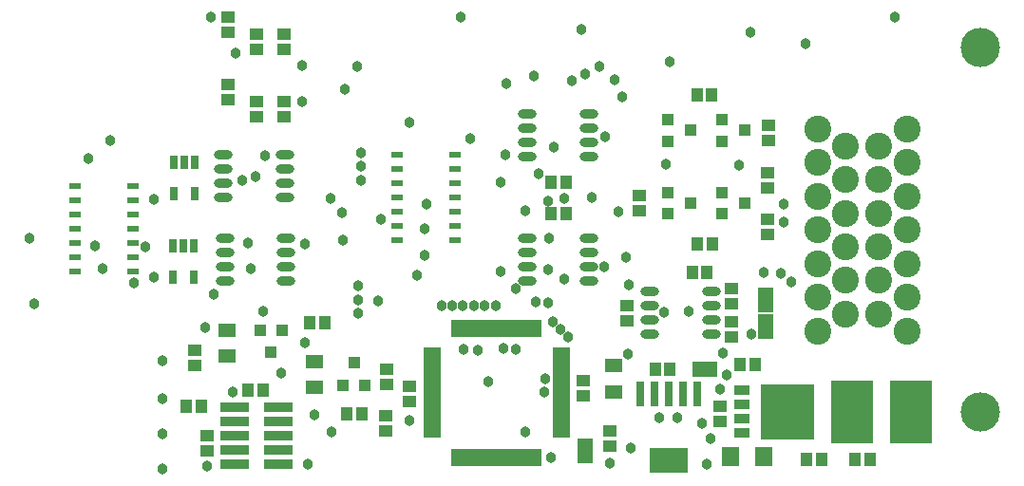
<source format=gts>
G04*
G04 #@! TF.GenerationSoftware,Altium Limited,Altium Designer,19.0.14 (431)*
G04*
G04 Layer_Color=8388736*
%FSLAX25Y25*%
%MOIN*%
G70*
G01*
G75*
%ADD35R,0.04300X0.02454*%
%ADD36O,0.06509X0.03162*%
%ADD37R,0.04343X0.04737*%
%ADD38R,0.04343X0.03950*%
%ADD39R,0.04737X0.04343*%
%ADD40R,0.03950X0.04343*%
%ADD41R,0.05918X0.05131*%
%ADD42R,0.10249X0.03792*%
%ADD43R,0.08871X0.05328*%
%ADD44R,0.05328X0.08871*%
%ADD45R,0.06115X0.01981*%
%ADD46R,0.01981X0.06115*%
%ADD47R,0.03162X0.09068*%
%ADD48R,0.13398X0.09068*%
%ADD49R,0.18910X0.19304*%
%ADD50R,0.05328X0.03556*%
%ADD51R,0.06115X0.06509*%
%ADD52R,0.14580X0.22257*%
%ADD53R,0.03162X0.04737*%
%ADD54C,0.13792*%
%ADD55C,0.09461*%
%ADD56C,0.03800*%
D35*
X201575Y84008D02*
D03*
Y89008D02*
D03*
Y94008D02*
D03*
Y99008D02*
D03*
Y104008D02*
D03*
Y109008D02*
D03*
Y114008D02*
D03*
X181102Y84008D02*
D03*
Y89008D02*
D03*
Y94008D02*
D03*
Y99008D02*
D03*
Y104008D02*
D03*
Y109008D02*
D03*
Y114008D02*
D03*
X68110Y102795D02*
D03*
Y97795D02*
D03*
Y92795D02*
D03*
Y87795D02*
D03*
Y82795D02*
D03*
Y77795D02*
D03*
Y72795D02*
D03*
X88583Y102795D02*
D03*
Y97795D02*
D03*
Y92795D02*
D03*
Y87795D02*
D03*
Y82795D02*
D03*
Y77795D02*
D03*
Y72795D02*
D03*
D36*
X248524Y113366D02*
D03*
Y118366D02*
D03*
Y123366D02*
D03*
Y128366D02*
D03*
X227067Y113366D02*
D03*
Y118366D02*
D03*
Y123366D02*
D03*
Y128366D02*
D03*
X248524Y69621D02*
D03*
Y74621D02*
D03*
Y79621D02*
D03*
Y84621D02*
D03*
X227067Y69621D02*
D03*
Y74621D02*
D03*
Y79621D02*
D03*
Y84621D02*
D03*
X120374Y113799D02*
D03*
Y108799D02*
D03*
Y103799D02*
D03*
Y98799D02*
D03*
X141831Y113799D02*
D03*
Y108799D02*
D03*
Y103799D02*
D03*
Y98799D02*
D03*
X120768Y84665D02*
D03*
Y79665D02*
D03*
Y74665D02*
D03*
Y69665D02*
D03*
X142224Y84665D02*
D03*
Y79665D02*
D03*
Y74665D02*
D03*
Y69665D02*
D03*
X291437Y50768D02*
D03*
Y55768D02*
D03*
Y60768D02*
D03*
Y65768D02*
D03*
X269980Y50768D02*
D03*
Y55768D02*
D03*
Y60768D02*
D03*
Y65768D02*
D03*
D37*
X240453Y93110D02*
D03*
X235138D02*
D03*
X240453Y104331D02*
D03*
X235138D02*
D03*
X292028Y82677D02*
D03*
X286713D02*
D03*
X150492Y54991D02*
D03*
X155807D02*
D03*
X277067Y38583D02*
D03*
X271752D02*
D03*
X290059Y72441D02*
D03*
X284744D02*
D03*
X301673Y40157D02*
D03*
X306988D02*
D03*
X107185Y25591D02*
D03*
X112500D02*
D03*
X134153Y31102D02*
D03*
X128839D02*
D03*
X163484Y23071D02*
D03*
X168799D02*
D03*
X330217Y6968D02*
D03*
X324902D02*
D03*
X347146D02*
D03*
X341831D02*
D03*
X286417Y135039D02*
D03*
X291732D02*
D03*
D38*
X276378Y100591D02*
D03*
Y93110D02*
D03*
X284252Y96850D02*
D03*
X295276Y100591D02*
D03*
Y93110D02*
D03*
X303150Y96850D02*
D03*
X276378Y126181D02*
D03*
Y118701D02*
D03*
X284252Y122441D02*
D03*
X295276Y126181D02*
D03*
Y118701D02*
D03*
X303150Y122441D02*
D03*
D39*
X311319Y91240D02*
D03*
Y85925D02*
D03*
Y107677D02*
D03*
Y102362D02*
D03*
X311417Y118996D02*
D03*
Y124311D02*
D03*
X255906Y16831D02*
D03*
Y11516D02*
D03*
X261811Y60925D02*
D03*
Y55610D02*
D03*
X298425Y66929D02*
D03*
Y61614D02*
D03*
Y55118D02*
D03*
Y49803D02*
D03*
X114567Y9958D02*
D03*
Y15273D02*
D03*
X177165Y17028D02*
D03*
Y22343D02*
D03*
X177559Y33169D02*
D03*
Y38484D02*
D03*
X110236Y45177D02*
D03*
Y39862D02*
D03*
X185433Y32579D02*
D03*
Y27264D02*
D03*
X246457Y34646D02*
D03*
Y29331D02*
D03*
X294488Y20177D02*
D03*
Y25492D02*
D03*
X122047Y162106D02*
D03*
Y156791D02*
D03*
Y138484D02*
D03*
Y133169D02*
D03*
X131890Y156201D02*
D03*
Y150886D02*
D03*
X141732D02*
D03*
Y156201D02*
D03*
X131890Y132579D02*
D03*
Y127264D02*
D03*
X141732D02*
D03*
Y132579D02*
D03*
X266392Y94291D02*
D03*
Y99606D02*
D03*
D40*
X140748Y52362D02*
D03*
X133268D02*
D03*
X137008Y44488D02*
D03*
X166142Y40945D02*
D03*
X169882Y33071D02*
D03*
X162402D02*
D03*
D41*
X121653Y52165D02*
D03*
Y43110D02*
D03*
X257087Y39764D02*
D03*
Y30709D02*
D03*
X152362Y32228D02*
D03*
Y41283D02*
D03*
D42*
X124213Y25354D02*
D03*
X139567D02*
D03*
X124213Y20354D02*
D03*
X139567D02*
D03*
X124213Y15354D02*
D03*
X139567D02*
D03*
X124213Y10354D02*
D03*
X139567D02*
D03*
X124213Y5354D02*
D03*
X139567D02*
D03*
D43*
X289370Y38583D02*
D03*
D44*
X310630Y62992D02*
D03*
Y53543D02*
D03*
X247244Y9843D02*
D03*
D45*
X238779Y15551D02*
D03*
Y17520D02*
D03*
Y19488D02*
D03*
Y21457D02*
D03*
Y23425D02*
D03*
Y25394D02*
D03*
Y27362D02*
D03*
Y29331D02*
D03*
Y31299D02*
D03*
Y33268D02*
D03*
Y35236D02*
D03*
Y37205D02*
D03*
Y39173D02*
D03*
Y41142D02*
D03*
Y43110D02*
D03*
Y45079D02*
D03*
X193504D02*
D03*
Y43110D02*
D03*
Y41142D02*
D03*
Y39173D02*
D03*
Y37205D02*
D03*
Y35236D02*
D03*
Y33268D02*
D03*
Y31299D02*
D03*
Y29331D02*
D03*
Y27362D02*
D03*
Y25394D02*
D03*
Y23425D02*
D03*
Y21457D02*
D03*
Y19488D02*
D03*
Y17520D02*
D03*
Y15551D02*
D03*
D46*
X230906Y52953D02*
D03*
X228937D02*
D03*
X226969D02*
D03*
X225000D02*
D03*
X223031D02*
D03*
X221063D02*
D03*
X219094D02*
D03*
X217126D02*
D03*
X215158D02*
D03*
X213189D02*
D03*
X211221D02*
D03*
X209252D02*
D03*
X207283D02*
D03*
X205315D02*
D03*
X203346D02*
D03*
X201378D02*
D03*
Y7677D02*
D03*
X203346D02*
D03*
X205315D02*
D03*
X207283D02*
D03*
X209252D02*
D03*
X211221D02*
D03*
X213189D02*
D03*
X215158D02*
D03*
X217126D02*
D03*
X219094D02*
D03*
X221063D02*
D03*
X223031D02*
D03*
X225000D02*
D03*
X226969D02*
D03*
X228937D02*
D03*
X230906D02*
D03*
D47*
X286476Y30020D02*
D03*
X281476D02*
D03*
X276476D02*
D03*
X271476D02*
D03*
X266476D02*
D03*
D48*
X276476Y6594D02*
D03*
D49*
X318110Y23602D02*
D03*
D50*
X302362Y16102D02*
D03*
Y21102D02*
D03*
Y26102D02*
D03*
Y31102D02*
D03*
D51*
X298130Y7874D02*
D03*
X309744D02*
D03*
D52*
X340846Y23524D02*
D03*
X361516D02*
D03*
D53*
X110236Y111221D02*
D03*
X106496D02*
D03*
X102756D02*
D03*
Y100394D02*
D03*
X110236D02*
D03*
X110039Y81791D02*
D03*
X106299D02*
D03*
X102559D02*
D03*
Y70965D02*
D03*
X110039D02*
D03*
D54*
X385827Y23524D02*
D03*
Y151476D02*
D03*
D55*
X328740Y122933D02*
D03*
Y111122D02*
D03*
Y99311D02*
D03*
Y87500D02*
D03*
Y75689D02*
D03*
Y63878D02*
D03*
Y52067D02*
D03*
X338583Y117028D02*
D03*
Y105217D02*
D03*
Y93405D02*
D03*
Y81595D02*
D03*
Y69784D02*
D03*
Y57972D02*
D03*
X350394Y117028D02*
D03*
Y105217D02*
D03*
Y93405D02*
D03*
Y81595D02*
D03*
Y69784D02*
D03*
Y57972D02*
D03*
X360236Y122933D02*
D03*
Y111122D02*
D03*
Y99311D02*
D03*
Y87500D02*
D03*
Y75689D02*
D03*
Y63878D02*
D03*
Y52067D02*
D03*
D56*
X305426Y50984D02*
D03*
X185531Y125362D02*
D03*
X206791Y119705D02*
D03*
X53937Y61516D02*
D03*
X52362Y84558D02*
D03*
X73032Y112697D02*
D03*
X230806Y107087D02*
D03*
X254369Y120276D02*
D03*
X245923Y157988D02*
D03*
X305118Y156890D02*
D03*
X162402Y83957D02*
D03*
X261516Y77843D02*
D03*
X262598Y68405D02*
D03*
X253839Y74721D02*
D03*
X258858Y93799D02*
D03*
X226279Y94193D02*
D03*
X283661Y58760D02*
D03*
X274887Y58472D02*
D03*
X217709Y104357D02*
D03*
X234638Y84728D02*
D03*
X167717Y62992D02*
D03*
Y67854D02*
D03*
X174409Y62598D02*
D03*
X124605Y149409D02*
D03*
X167184Y144926D02*
D03*
X92913Y81496D02*
D03*
X88976Y68997D02*
D03*
X260138Y134218D02*
D03*
X276772Y146653D02*
D03*
X219291Y113779D02*
D03*
X234104Y97528D02*
D03*
X211999Y61024D02*
D03*
X229921Y62205D02*
D03*
X208199Y61024D02*
D03*
X200599D02*
D03*
X222834Y66929D02*
D03*
X217716Y72834D02*
D03*
X215799Y61024D02*
D03*
X239763Y70079D02*
D03*
X234252Y73622D02*
D03*
X204399Y61024D02*
D03*
X234252Y61811D02*
D03*
X75197Y81890D02*
D03*
X77953Y74016D02*
D03*
X131496Y106299D02*
D03*
X126772Y104911D02*
D03*
X116929Y64961D02*
D03*
X80709Y118898D02*
D03*
X95996Y98260D02*
D03*
Y70965D02*
D03*
X162992Y137008D02*
D03*
X129921Y74016D02*
D03*
X128740Y82896D02*
D03*
X149050Y82677D02*
D03*
X147933Y145276D02*
D03*
Y132579D02*
D03*
X115748Y162106D02*
D03*
X134946Y113686D02*
D03*
X209449Y45276D02*
D03*
X213385Y34252D02*
D03*
X161811Y93701D02*
D03*
X157844Y98425D02*
D03*
X175591Y91339D02*
D03*
X168504Y104911D02*
D03*
X190945Y87795D02*
D03*
X167717Y58268D02*
D03*
X288386Y19677D02*
D03*
X290005Y5354D02*
D03*
X291339Y14259D02*
D03*
X296850Y36562D02*
D03*
X295674Y44287D02*
D03*
X263386Y10873D02*
D03*
X262381Y43801D02*
D03*
X149050Y47934D02*
D03*
X134308Y58857D02*
D03*
X113779Y53150D02*
D03*
X98819Y41732D02*
D03*
Y28265D02*
D03*
Y15748D02*
D03*
Y3543D02*
D03*
X168504Y109843D02*
D03*
Y114567D02*
D03*
X188210Y71653D02*
D03*
X190945Y78740D02*
D03*
X222835Y45669D02*
D03*
X218504Y45945D02*
D03*
X204724Y45669D02*
D03*
X191732Y96457D02*
D03*
X257461Y140157D02*
D03*
X252362Y144882D02*
D03*
X196799Y61024D02*
D03*
X249618Y98808D02*
D03*
X239764Y98425D02*
D03*
X203543Y162205D02*
D03*
X219685Y138976D02*
D03*
X229178Y141732D02*
D03*
X242520Y139764D02*
D03*
X247244Y142126D02*
D03*
X236221Y116535D02*
D03*
X316929Y96457D02*
D03*
X301181Y110236D02*
D03*
X275590Y110630D02*
D03*
X319685Y69291D02*
D03*
X316929Y90158D02*
D03*
X320505Y17520D02*
D03*
Y21752D02*
D03*
Y25984D02*
D03*
Y30217D02*
D03*
X140551Y37402D02*
D03*
X241339Y50000D02*
D03*
X238652Y52687D02*
D03*
X232972Y30610D02*
D03*
X123622D02*
D03*
X185433Y20472D02*
D03*
X309842Y72441D02*
D03*
X315782Y72338D02*
D03*
X235965Y55374D02*
D03*
X233071Y35236D02*
D03*
X324410Y152756D02*
D03*
X355906Y162205D02*
D03*
X255906Y5512D02*
D03*
X294488Y31496D02*
D03*
X114567Y4586D02*
D03*
X150000Y5354D02*
D03*
X152362Y22461D02*
D03*
X158268Y16535D02*
D03*
X235226Y7677D02*
D03*
X226287Y16535D02*
D03*
X273228Y21654D02*
D03*
X279528D02*
D03*
X315912Y17520D02*
D03*
X311319D02*
D03*
X325098D02*
D03*
X315912Y21752D02*
D03*
X311319D02*
D03*
X325098D02*
D03*
X315912Y25984D02*
D03*
X311319D02*
D03*
X325098D02*
D03*
Y30217D02*
D03*
X311319D02*
D03*
X315912D02*
D03*
M02*

</source>
